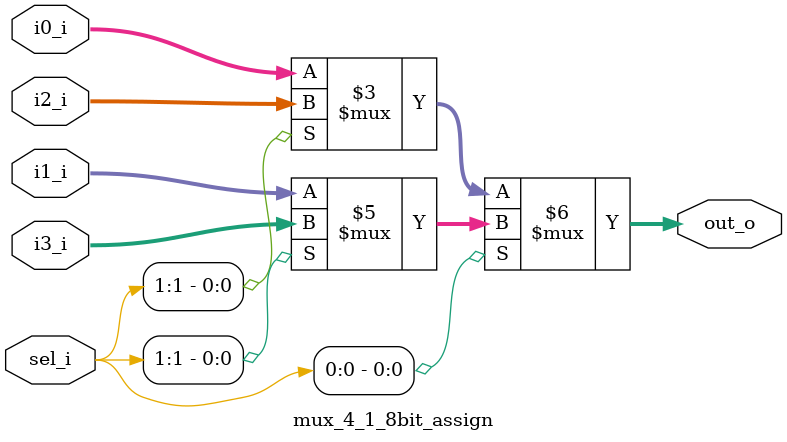
<source format=v>
module mux_4_1_8bit_assign(	// file.cleaned.mlir:2:3
  input  [7:0] i0_i,	// file.cleaned.mlir:2:37
               i1_i,	// file.cleaned.mlir:2:52
               i2_i,	// file.cleaned.mlir:2:67
               i3_i,	// file.cleaned.mlir:2:82
  input  [1:0] sel_i,	// file.cleaned.mlir:2:97
  output [7:0] out_o	// file.cleaned.mlir:2:114
);

  assign out_o = ~(sel_i[0]) ? (~(sel_i[1]) ? i0_i : i2_i) : ~(sel_i[1]) ? i1_i : i3_i;	// file.cleaned.mlir:4:10, :5:10, :6:10, :7:10, :8:10, :9:10, :10:10, :11:5
endmodule


</source>
